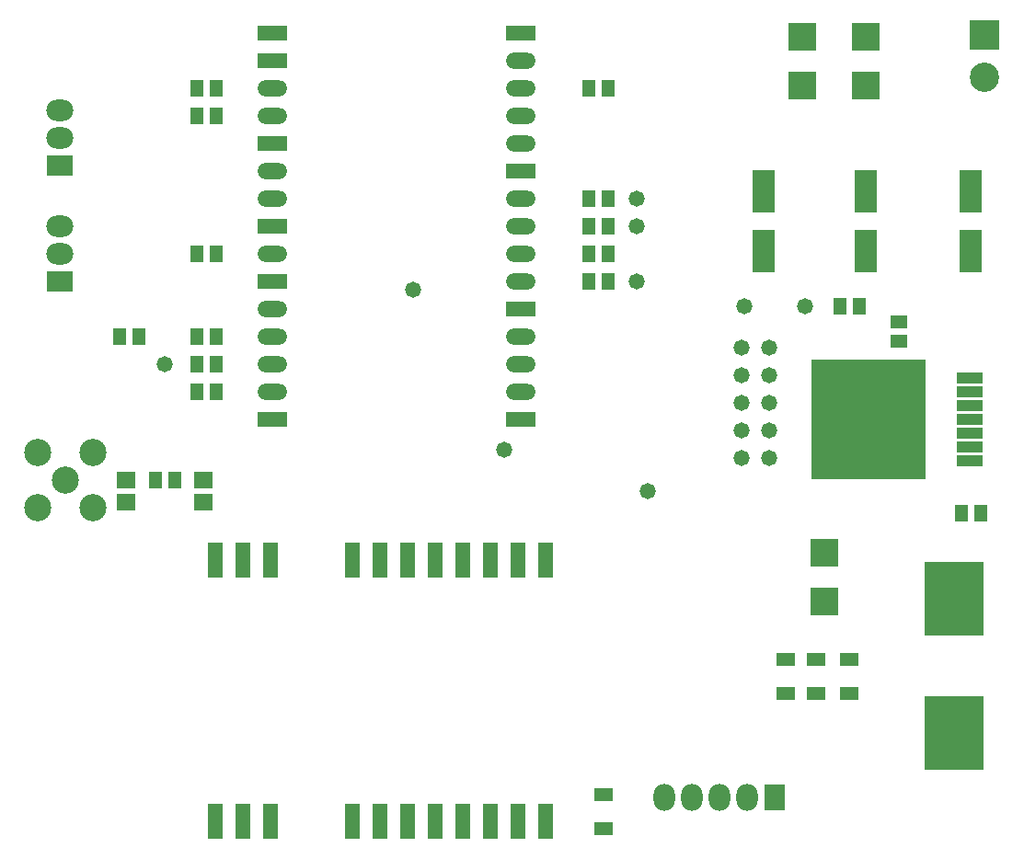
<source format=gts>
G04*
G04 #@! TF.GenerationSoftware,Altium Limited,Altium Designer,22.1.2 (22)*
G04*
G04 Layer_Color=8388736*
%FSLAX25Y25*%
%MOIN*%
G70*
G04*
G04 #@! TF.SameCoordinates,A6313862-7C9A-4C61-A90E-EA9183BEBBA3*
G04*
G04*
G04 #@! TF.FilePolarity,Negative*
G04*
G01*
G75*
%ADD13R,0.04737X0.06115*%
%ADD14R,0.06902X0.06115*%
%ADD15R,0.09304X0.04383*%
%ADD16R,0.41784X0.43320*%
%ADD17R,0.06115X0.04737*%
%ADD18R,0.21300X0.26800*%
%ADD19R,0.07099X0.05131*%
%ADD20R,0.09855X0.09855*%
%ADD21R,0.08083X0.15761*%
%ADD22R,0.05721X0.12611*%
%ADD23R,0.10800X0.05800*%
%ADD24O,0.10800X0.05800*%
%ADD25R,0.09800X0.07800*%
%ADD26O,0.09800X0.07800*%
%ADD27C,0.09855*%
%ADD28R,0.10642X0.10642*%
%ADD29C,0.10642*%
%ADD30O,0.07800X0.09800*%
%ADD31R,0.07800X0.09800*%
%ADD32C,0.05800*%
D13*
X176543Y440000D02*
D03*
X169457D02*
D03*
X176543Y450000D02*
D03*
X169457D02*
D03*
X148543Y360000D02*
D03*
X141457D02*
D03*
X176543D02*
D03*
X169457D02*
D03*
X176543Y350000D02*
D03*
X169457D02*
D03*
X176543Y340000D02*
D03*
X169457D02*
D03*
X409543Y371000D02*
D03*
X402457D02*
D03*
X318543Y380000D02*
D03*
X311457D02*
D03*
X318543Y390000D02*
D03*
X311457D02*
D03*
X318543Y400000D02*
D03*
X311457D02*
D03*
X318543Y410000D02*
D03*
X311457D02*
D03*
X318543Y450000D02*
D03*
X311457D02*
D03*
X446457Y296000D02*
D03*
X453543D02*
D03*
X161543Y308000D02*
D03*
X154457D02*
D03*
X176543Y390000D02*
D03*
X169457D02*
D03*
D14*
X144000Y300126D02*
D03*
Y308000D02*
D03*
X172000Y300126D02*
D03*
Y308000D02*
D03*
D15*
X449498Y315000D02*
D03*
Y320000D02*
D03*
Y325000D02*
D03*
Y330000D02*
D03*
Y335000D02*
D03*
Y340000D02*
D03*
Y345000D02*
D03*
D16*
X412766Y330000D02*
D03*
D17*
X424000Y358457D02*
D03*
Y365543D02*
D03*
D18*
X444000Y216400D02*
D03*
Y265000D02*
D03*
D19*
X317000Y194102D02*
D03*
Y181898D02*
D03*
X406000Y243102D02*
D03*
Y230898D02*
D03*
X394000Y243102D02*
D03*
Y230898D02*
D03*
X382858Y243102D02*
D03*
Y230898D02*
D03*
D20*
X412000Y451142D02*
D03*
Y468858D02*
D03*
X397000Y281858D02*
D03*
Y264142D02*
D03*
X389000Y451000D02*
D03*
Y468716D02*
D03*
D21*
X375000Y412728D02*
D03*
Y391272D02*
D03*
X412000Y412728D02*
D03*
Y391272D02*
D03*
X450000Y412728D02*
D03*
Y391272D02*
D03*
D22*
X176197Y279000D02*
D03*
X196197D02*
D03*
X186197D02*
D03*
X226000D02*
D03*
X236000D02*
D03*
X246000D02*
D03*
X256000D02*
D03*
X266000D02*
D03*
X276000D02*
D03*
X286000D02*
D03*
X296000D02*
D03*
X196197Y184512D02*
D03*
X186197D02*
D03*
X176197D02*
D03*
X226000D02*
D03*
X236000D02*
D03*
X246000D02*
D03*
X256000D02*
D03*
X266000D02*
D03*
X276000D02*
D03*
X286000D02*
D03*
X296000D02*
D03*
D23*
X197000Y470000D02*
D03*
Y460000D02*
D03*
Y430000D02*
D03*
Y400000D02*
D03*
Y380000D02*
D03*
Y330000D02*
D03*
X287000Y470000D02*
D03*
Y420000D02*
D03*
Y370000D02*
D03*
Y330000D02*
D03*
D24*
X197000Y450000D02*
D03*
Y440000D02*
D03*
Y420000D02*
D03*
Y410000D02*
D03*
Y390000D02*
D03*
Y370000D02*
D03*
Y360000D02*
D03*
Y350000D02*
D03*
Y340000D02*
D03*
X287000Y460000D02*
D03*
Y450000D02*
D03*
Y440000D02*
D03*
Y430000D02*
D03*
Y410000D02*
D03*
Y400000D02*
D03*
Y390000D02*
D03*
Y380000D02*
D03*
Y360000D02*
D03*
Y350000D02*
D03*
Y340000D02*
D03*
D25*
X120000Y422000D02*
D03*
Y380000D02*
D03*
D26*
Y432000D02*
D03*
Y442000D02*
D03*
Y400000D02*
D03*
Y390000D02*
D03*
D27*
X132000Y298000D02*
D03*
Y318000D02*
D03*
X112000D02*
D03*
Y298000D02*
D03*
X122000Y308000D02*
D03*
D28*
X455000Y469551D02*
D03*
D29*
Y454000D02*
D03*
D30*
X339000Y193000D02*
D03*
X349000D02*
D03*
X359000D02*
D03*
X369000D02*
D03*
D31*
X379000D02*
D03*
D32*
X329000Y410000D02*
D03*
X368000Y371000D02*
D03*
X390000D02*
D03*
X377000Y316000D02*
D03*
X367000D02*
D03*
Y326000D02*
D03*
X377000D02*
D03*
Y336000D02*
D03*
X367000D02*
D03*
X377000Y346000D02*
D03*
X367000D02*
D03*
X377000Y356000D02*
D03*
X367000D02*
D03*
X333000Y304000D02*
D03*
X281000Y319000D02*
D03*
X248000Y377000D02*
D03*
X329000Y380000D02*
D03*
Y400000D02*
D03*
X158000Y350000D02*
D03*
M02*

</source>
